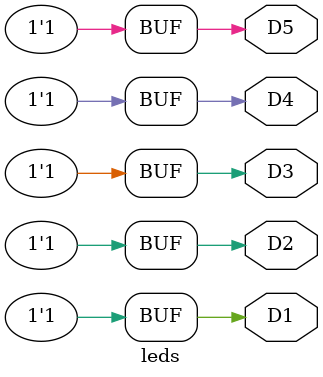
<source format=v>
module leds(output wire D1,
            output wire D2,
            output wire D3,
            output wire D4,
            output wire D5);

//-- icestick Red leds
assign D1 = 1'b1;
assign D2 = 1'b1;
assign D3 = 1'b1;
assign D4 = 1'b1;

//-- Green led
assign D5 = 1;

endmodule

</source>
